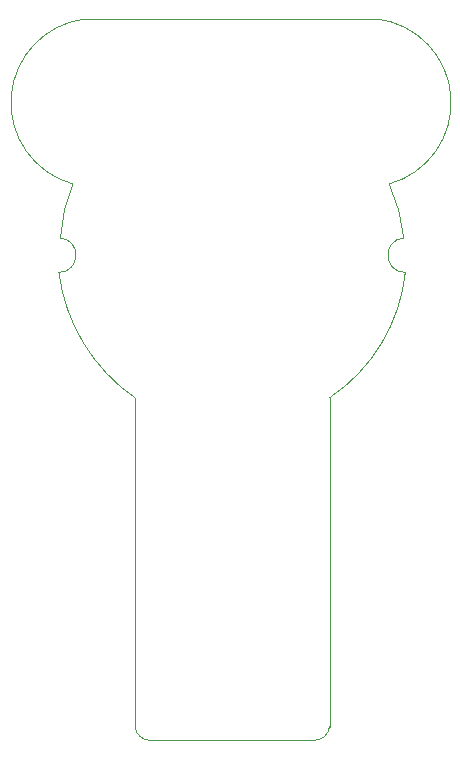
<source format=gbr>
%TF.GenerationSoftware,KiCad,Pcbnew,6.0.2+dfsg-1*%
%TF.CreationDate,2023-02-03T10:11:01+01:00*%
%TF.ProjectId,UniBalun1.2,556e6942-616c-4756-9e31-2e322e6b6963,rev?*%
%TF.SameCoordinates,Original*%
%TF.FileFunction,Profile,NP*%
%FSLAX46Y46*%
G04 Gerber Fmt 4.6, Leading zero omitted, Abs format (unit mm)*
G04 Created by KiCad (PCBNEW 6.0.2+dfsg-1) date 2023-02-03 10:11:01*
%MOMM*%
%LPD*%
G01*
G04 APERTURE LIST*
%TA.AperFunction,Profile*%
%ADD10C,0.100000*%
%TD*%
G04 APERTURE END LIST*
D10*
X125861231Y-105410000D02*
X125861231Y-77548862D01*
X109402031Y-105410000D02*
G75*
G03*
X110658774Y-106543974I1256739J129410D01*
G01*
X102945817Y-66926406D02*
G75*
G03*
X109402031Y-77548862I15112731J1912118D01*
G01*
X125861231Y-77548862D02*
G75*
G03*
X132281854Y-66925327I-8123333J12161565D01*
G01*
X102945817Y-66926406D02*
G75*
G03*
X103078577Y-64011716I-11227J1460880D01*
G01*
X109402031Y-105410000D02*
X109402031Y-77548862D01*
X104140000Y-59436000D02*
G75*
G03*
X103078577Y-64011716I12561854J-5324924D01*
G01*
X132149094Y-64010637D02*
G75*
G03*
X130910075Y-59436000I-14159959J-1380049D01*
G01*
X130910075Y-59436000D02*
G75*
G03*
X129894075Y-45466000I-1885632J6884809D01*
G01*
X124577974Y-106543974D02*
G75*
G03*
X125861231Y-105410000I-10J1293094D01*
G01*
X132149094Y-64010637D02*
G75*
G03*
X132281854Y-66925327I119208J-1454939D01*
G01*
X110658774Y-106543974D02*
X124577974Y-106543974D01*
X105156000Y-45466000D02*
X129894075Y-45466000D01*
X105156000Y-45466000D02*
G75*
G03*
X104140000Y-59436000I869625J-7085191D01*
G01*
M02*

</source>
